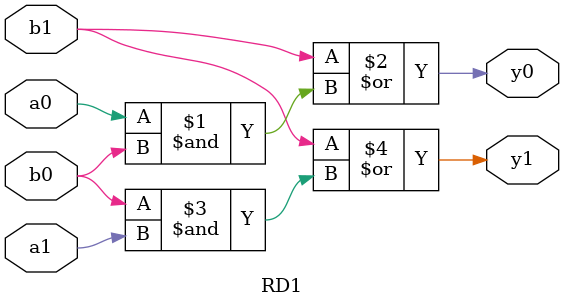
<source format=v>
module RD1(a1,a0,b1,b0,y1,y0);
input a0,a1,b0,b1;
output y0,y1;

assign y0=b1 | (a0 & b0);
assign y1=b1 | (b0 & a1);

endmodule


</source>
